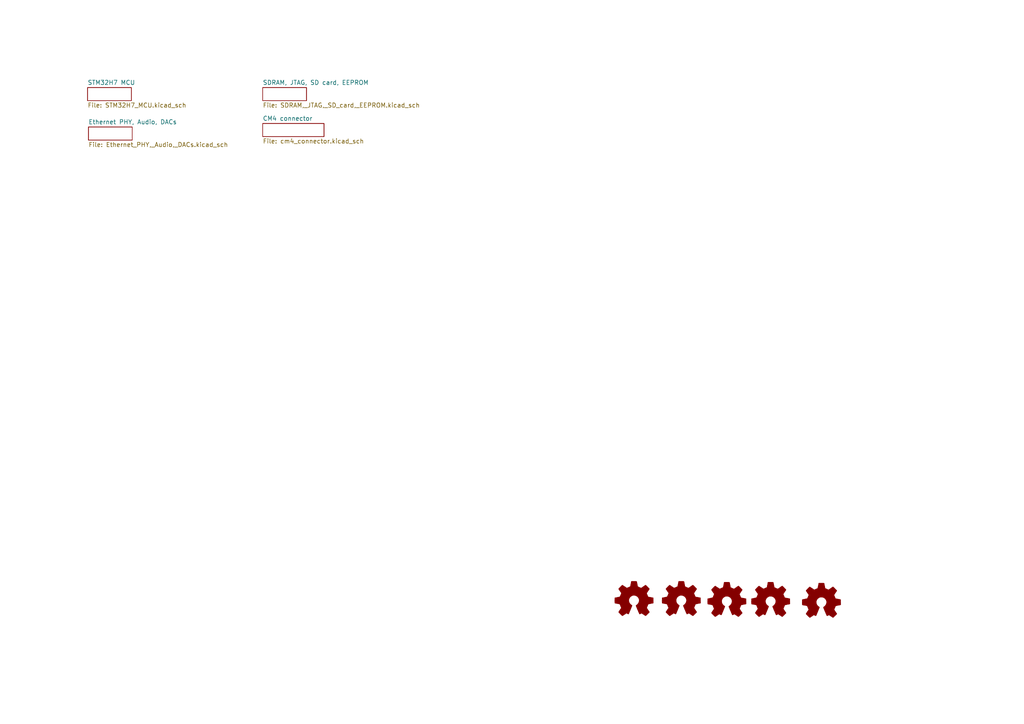
<source format=kicad_sch>
(kicad_sch (version 20230121) (generator eeschema)
  (paper "A4")
  (title_block (date "2023-12-07"))
  (lib_symbols
    (symbol "Graphic:Logo_Open_Hardware_Small" (in_bom no) (on_board no)
      (symbol "Logo_Open_Hardware_Small_0_1"
        (polyline (pts (xy 3.3528 -4.3434) (xy 3.302 -4.318) (xy 3.175 -4.2418) (xy 2.9972 -4.1148) (xy 2.7686 -3.9624) (xy 2.54 -3.81) (xy 2.3622 -3.7084) (xy 2.2352 -3.6068) (xy 2.1844 -3.5814) (xy 2.159 -3.6068) (xy 2.0574 -3.6576) (xy 1.905 -3.7338) (xy 1.8034 -3.7846) (xy 1.6764 -3.8354) (xy 1.6002 -3.8354) (xy 1.6002 -3.8354) (xy 1.5494 -3.7338) (xy 1.4732 -3.5306) (xy 1.3462 -3.302) (xy 1.2446 -3.0226) (xy 1.1176 -2.7178) (xy 0.9652 -2.413) (xy 0.8636 -2.1082) (xy 0.7366 -1.8288) (xy 0.6604 -1.6256) (xy 0.6096 -1.4732) (xy 0.5842 -1.397) (xy 0.5842 -1.397) (xy 0.6604 -1.3208) (xy 0.7874 -1.2446) (xy 1.0414 -1.016) (xy 1.2954 -0.6858) (xy 1.4478 -0.3302) (xy 1.524 0.0762) (xy 1.4732 0.4572) (xy 1.3208 0.8128) (xy 1.0668 1.143) (xy 0.762 1.3716) (xy 0.4064 1.524) (xy 0 1.5748) (xy -0.381 1.5494) (xy -0.7366 1.397) (xy -1.0668 1.143) (xy -1.2192 0.9906) (xy -1.397 0.6604) (xy -1.524 0.3048) (xy -1.524 0.2286) (xy -1.4986 -0.1778) (xy -1.397 -0.5334) (xy -1.1938 -0.8636) (xy -0.9144 -1.143) (xy -0.8636 -1.1684) (xy -0.7366 -1.27) (xy -0.635 -1.3462) (xy -0.5842 -1.397) (xy -1.0668 -2.5908) (xy -1.143 -2.794) (xy -1.2954 -3.1242) (xy -1.397 -3.4036) (xy -1.4986 -3.6322) (xy -1.5748 -3.7846) (xy -1.6002 -3.8354) (xy -1.6002 -3.8354) (xy -1.651 -3.8354) (xy -1.7272 -3.81) (xy -1.905 -3.7338) (xy -2.0066 -3.683) (xy -2.1336 -3.6068) (xy -2.2098 -3.5814) (xy -2.2606 -3.6068) (xy -2.3622 -3.683) (xy -2.54 -3.81) (xy -2.7686 -3.9624) (xy -2.9718 -4.0894) (xy -3.1496 -4.2164) (xy -3.302 -4.318) (xy -3.3528 -4.3434) (xy -3.3782 -4.3434) (xy -3.429 -4.318) (xy -3.5306 -4.2164) (xy -3.7084 -4.064) (xy -3.937 -3.8354) (xy -3.9624 -3.81) (xy -4.1656 -3.6068) (xy -4.318 -3.4544) (xy -4.4196 -3.3274) (xy -4.445 -3.2766) (xy -4.445 -3.2766) (xy -4.4196 -3.2258) (xy -4.318 -3.0734) (xy -4.2164 -2.8956) (xy -4.064 -2.667) (xy -3.6576 -2.0828) (xy -3.8862 -1.5494) (xy -3.937 -1.3716) (xy -4.0386 -1.1684) (xy -4.0894 -1.0414) (xy -4.1148 -0.9652) (xy -4.191 -0.9398) (xy -4.318 -0.9144) (xy -4.5466 -0.8636) (xy -4.8006 -0.8128) (xy -5.0546 -0.7874) (xy -5.2578 -0.7366) (xy -5.4356 -0.7112) (xy -5.5118 -0.6858) (xy -5.5118 -0.6858) (xy -5.5372 -0.635) (xy -5.5372 -0.5588) (xy -5.5372 -0.4318) (xy -5.5626 -0.2286) (xy -5.5626 0.0762) (xy -5.5626 0.127) (xy -5.5372 0.4064) (xy -5.5372 0.635) (xy -5.5372 0.762) (xy -5.5372 0.8382) (xy -5.5372 0.8382) (xy -5.461 0.8382) (xy -5.3086 0.889) (xy -5.08 0.9144) (xy -4.826 0.9652) (xy -4.8006 0.9906) (xy -4.5466 1.0414) (xy -4.318 1.0668) (xy -4.1656 1.1176) (xy -4.0894 1.143) (xy -4.0894 1.143) (xy -4.0386 1.2446) (xy -3.9624 1.4224) (xy -3.8608 1.6256) (xy -3.7846 1.8288) (xy -3.7084 2.0066) (xy -3.6576 2.159) (xy -3.6322 2.2098) (xy -3.6322 2.2098) (xy -3.683 2.286) (xy -3.7592 2.413) (xy -3.8862 2.5908) (xy -4.064 2.8194) (xy -4.064 2.8448) (xy -4.2164 3.0734) (xy -4.3434 3.2512) (xy -4.4196 3.3782) (xy -4.445 3.4544) (xy -4.445 3.4544) (xy -4.3942 3.5052) (xy -4.2926 3.6322) (xy -4.1148 3.81) (xy -3.937 4.0132) (xy -3.8608 4.064) (xy -3.6576 4.2926) (xy -3.5052 4.4196) (xy -3.4036 4.4958) (xy -3.3528 4.5212) (xy -3.3528 4.5212) (xy -3.302 4.4704) (xy -3.1496 4.3688) (xy -2.9718 4.2418) (xy -2.7432 4.0894) (xy -2.7178 4.0894) (xy -2.4892 3.937) (xy -2.3114 3.81) (xy -2.1844 3.7084) (xy -2.1336 3.683) (xy -2.1082 3.683) (xy -2.032 3.7084) (xy -1.8542 3.7592) (xy -1.6764 3.8354) (xy -1.4732 3.937) (xy -1.27 4.0132) (xy -1.143 4.064) (xy -1.0668 4.1148) (xy -1.0668 4.1148) (xy -1.0414 4.191) (xy -1.016 4.3434) (xy -0.9652 4.572) (xy -0.9144 4.8514) (xy -0.889 4.9022) (xy -0.8382 5.1562) (xy -0.8128 5.3848) (xy -0.7874 5.5372) (xy -0.762 5.588) (xy -0.7112 5.6134) (xy -0.5842 5.6134) (xy -0.4064 5.6134) (xy -0.1524 5.6134) (xy 0.0762 5.6134) (xy 0.3302 5.6134) (xy 0.5334 5.6134) (xy 0.6858 5.588) (xy 0.7366 5.588) (xy 0.7366 5.588) (xy 0.762 5.5118) (xy 0.8128 5.334) (xy 0.8382 5.1054) (xy 0.9144 4.826) (xy 0.9144 4.7752) (xy 0.9652 4.5212) (xy 1.016 4.2926) (xy 1.0414 4.1402) (xy 1.0668 4.0894) (xy 1.0668 4.0894) (xy 1.1938 4.0386) (xy 1.3716 3.9624) (xy 1.5748 3.8608) (xy 2.0828 3.6576) (xy 2.7178 4.0894) (xy 2.7686 4.1402) (xy 2.9972 4.2926) (xy 3.175 4.4196) (xy 3.302 4.4958) (xy 3.3782 4.5212) (xy 3.3782 4.5212) (xy 3.429 4.4704) (xy 3.556 4.3434) (xy 3.7338 4.191) (xy 3.9116 3.9878) (xy 4.064 3.8354) (xy 4.2418 3.6576) (xy 4.3434 3.556) (xy 4.4196 3.4798) (xy 4.4196 3.429) (xy 4.4196 3.4036) (xy 4.3942 3.3274) (xy 4.2926 3.2004) (xy 4.1656 2.9972) (xy 4.0132 2.794) (xy 3.8862 2.5908) (xy 3.7592 2.3876) (xy 3.6576 2.2352) (xy 3.6322 2.159) (xy 3.6322 2.1336) (xy 3.683 2.0066) (xy 3.7592 1.8288) (xy 3.8608 1.6002) (xy 4.064 1.1176) (xy 4.3942 1.0414) (xy 4.5974 1.016) (xy 4.8768 0.9652) (xy 5.1308 0.9144) (xy 5.5372 0.8382) (xy 5.5626 -0.6604) (xy 5.4864 -0.6858) (xy 5.4356 -0.6858) (xy 5.2832 -0.7366) (xy 5.0546 -0.762) (xy 4.8006 -0.8128) (xy 4.5974 -0.8636) (xy 4.3688 -0.9144) (xy 4.2164 -0.9398) (xy 4.1402 -0.9398) (xy 4.1148 -0.9652) (xy 4.064 -1.0668) (xy 3.9878 -1.2446) (xy 3.9116 -1.4478) (xy 3.81 -1.651) (xy 3.7338 -1.8542) (xy 3.683 -2.0066) (xy 3.6576 -2.0828) (xy 3.683 -2.1336) (xy 3.7846 -2.2606) (xy 3.8862 -2.4638) (xy 4.0386 -2.667) (xy 4.191 -2.8956) (xy 4.318 -3.0734) (xy 4.3942 -3.2004) (xy 4.445 -3.2766) (xy 4.4196 -3.3274) (xy 4.3434 -3.429) (xy 4.1656 -3.5814) (xy 3.937 -3.8354) (xy 3.8862 -3.8608) (xy 3.683 -4.064) (xy 3.5306 -4.2164) (xy 3.4036 -4.318) (xy 3.3528 -4.3434)) (fill (type outline)))
      )
    )
  )
  (symbol (lib_id "Graphic:Logo_Open_Hardware_Small") (at 197.612 174.244 0) (unit 1) (in_bom no)
    (property "Reference" "#SYM2" (effects hide))
    (property "Value" "Logo_Open_Hardware_Small" (effects hide))
    (property "Footprint" "radiona:radiona" (effects hide))
    (property "Sim.Enable" "0" (effects hide))
  )
  (symbol (lib_id "Graphic:Logo_Open_Hardware_Small") (at 210.82 174.498 0) (unit 1) (in_bom no)
    (property "Reference" "#SYM3" (effects hide))
    (property "Value" "Logo_Open_Hardware_Small" (effects hide))
    (property "Footprint" "nlnet:nlnet" (effects hide))
    (property "Sim.Enable" "0" (effects hide))
  )
  (symbol (lib_id "Graphic:Logo_Open_Hardware_Small") (at 238.252 174.752 0) (unit 1) (in_bom no)
    (property "Reference" "#SYM5" (effects hide))
    (property "Value" "Logo_Open_Hardware_Small" (effects hide))
    (property "Sim.Enable" "0" (effects hide))
  )
  (symbol (lib_id "Graphic:Logo_Open_Hardware_Small") (at 223.52 174.498 0) (unit 1) (in_bom no)
    (property "Reference" "#SYM4" (effects hide))
    (property "Value" "Logo_Open_Hardware_Small" (effects hide))
    (property "Footprint" "kicad:kicad2_3_3mm" (effects hide))
    (property "Sim.Enable" "0" (effects hide))
  )
  (symbol (lib_id "Graphic:Logo_Open_Hardware_Small") (at 183.896 174.244 0) (unit 1)
    (property "Reference" "#SYM1" (effects hide))
    (property "Value" "Logo_Open_Hardware_Small" (effects hide))
    (property "Footprint" "intergalaktik:intergalaktik" (effects hide))
    (property "Sim.Enable" "0" (effects hide))
  )
  (sheet (at 25.654 36.83) (size 12.7 3.81)
    (property "Sheetname" "Ethernet PHY, Audio, DACs" (at 25.654 36.1184 0) (effects (justify left bottom)))
    (property "Sheetfile" "Ethernet_PHY,_Audio,_DACs.kicad_sch" (at 25.654 41.2246 0) (effects (justify left top)))
  )
  (sheet (at 76.2 35.814) (size 17.78 3.81) (stroke (width 0.1524))
    (property "Sheetname" "CM4 connector" (at 76.2 35.1024 0) (effects (justify left bottom)))
    (property "Sheetfile" "cm4_connector.kicad_sch" (at 76.2 40.2086 0) (effects (justify left top)))
  )
  (sheet (at 25.4 25.4) (size 12.7 3.81)
    (property "Sheetname" "STM32H7 MCU" (at 25.4 24.6884 0) (effects (justify left bottom)))
    (property "Sheetfile" "STM32H7_MCU.kicad_sch" (at 25.4 29.7946 0) (effects (justify left top)))
  )
  (sheet (at 76.2 25.4) (size 12.7 3.81)
    (property "Sheetname" "SDRAM, JTAG, SD card, EEPROM" (at 76.2 24.6884 0) (effects (justify left bottom)))
    (property "Sheetfile" "SDRAM,_JTAG,_SD_card,_EEPROM.kicad_sch" (at 76.2 29.7946 0) (effects (justify left top)))
  )
)
</source>
